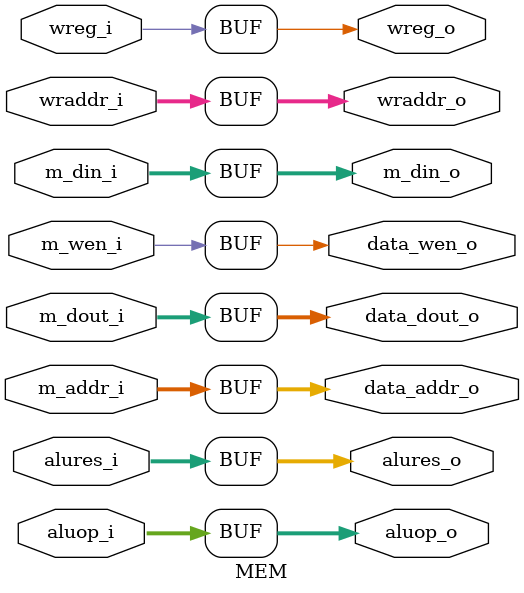
<source format=v>
module MEM
(
    input wire  [ 3: 0] aluop_i,        // aluop from ex_mem seg
    input wire  [31: 0] alures_i,       // alures, may be used as reg write data
    input wire          m_wen_i,        // write enable signal to mem ´æ´¢Æ÷Ð´Ê¹ÄÜ
    input wire  [31: 0] m_addr_i,       // write/read address to/from mem ´æ´¢Æ÷µØÖ·
    input wire  [31: 0] m_dout_i,       // write data to mem Ð´´æ´¢Æ÷Êý¾Ý
    input wire          wreg_i,         // reg write enable ¼Ä´æÆ÷Ð´Ê¹ÄÜ
    input wire  [ 4: 0] wraddr_i,       // reg write address ¼Ä´æÆ÷µØÖ·
    input wire  [31: 0] m_din_i,        // read data from mem ¶Á´æ´¢Æ÷Êý¾Ý


    output reg  [ 3: 0] aluop_o,        // send aluop signal to wb seg
    output reg  [31: 0] alures_o,       // alures, may be used as reg write data
    output reg          wreg_o,         // reg write enable
    output reg  [ 4: 0] wraddr_o,       // reg write address

    output reg          data_wen_o,     // mem write enable
    output reg  [31: 0] data_addr_o,    // send mem address
    output reg  [31: 0] data_dout_o,    // data send to mem
    output reg  [31: 0] m_din_o         // data read from mem


);

    always @ (*) begin
        aluop_o     <= aluop_i;
        alures_o    <= alures_i;
        wreg_o      <= wreg_i;
        wraddr_o    <= wraddr_i;

        data_wen_o  <= m_wen_i;
        data_addr_o <= m_addr_i;
        data_dout_o <= m_dout_i;

        m_din_o     <= m_din_i;
    end

endmodule
</source>
